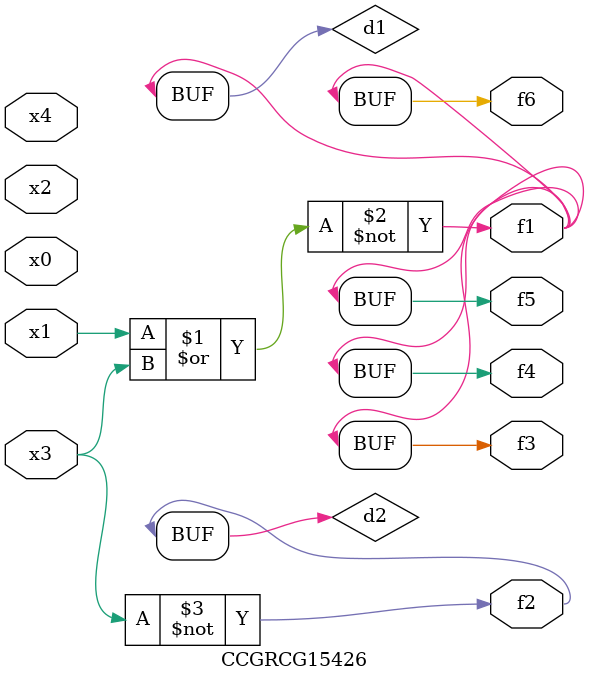
<source format=v>
module CCGRCG15426(
	input x0, x1, x2, x3, x4,
	output f1, f2, f3, f4, f5, f6
);

	wire d1, d2;

	nor (d1, x1, x3);
	not (d2, x3);
	assign f1 = d1;
	assign f2 = d2;
	assign f3 = d1;
	assign f4 = d1;
	assign f5 = d1;
	assign f6 = d1;
endmodule

</source>
